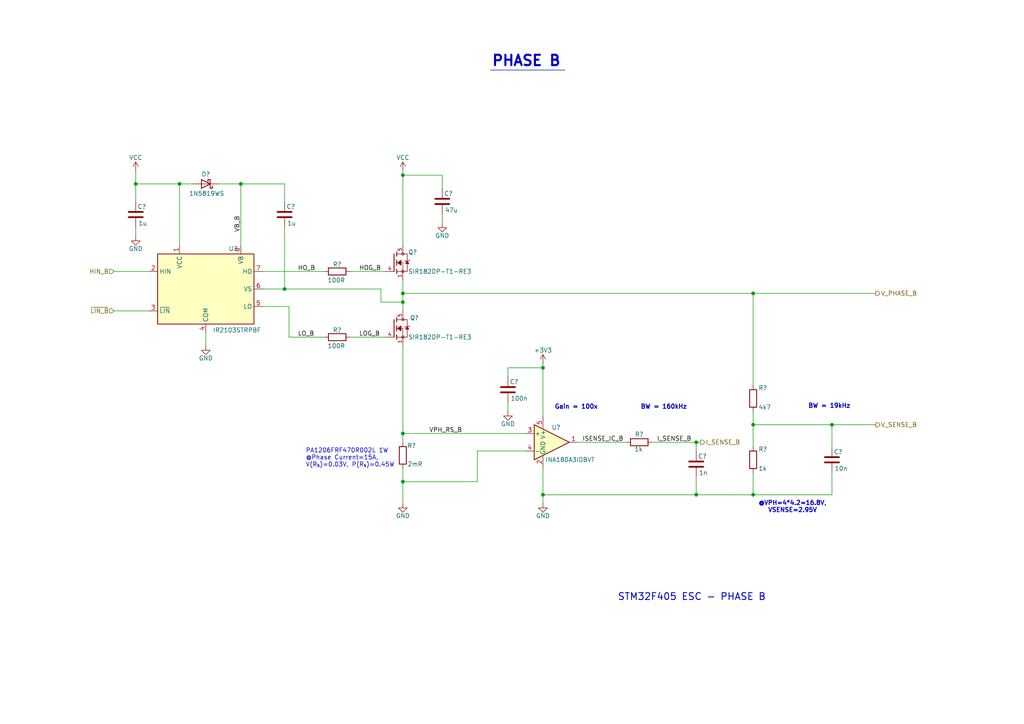
<source format=kicad_sch>
(kicad_sch (version 20250114) (generator "eeschema") (generator_version "9.0")
  (paper "A4")
  (title_block (title "STM32F405 ESC") (rev "0.0.1") (company "mangoByte"))
  (lib_symbols
    (symbol "Amplifier_Current:INA180A3" (pin_names (offset 0.127))
      (property "Reference" "U" (at 3.81 3.81 0))
      (property "Value" "INA180A3" (at 3.81 -2.54 0))
      (symbol "INA180A3_0_1"
        (polyline (pts (xy 5.08 0) (xy -5.08 5.08) (xy -5.08 -5.08) (xy 5.08 0)) (stroke (width 0.254)) (fill (type background)))
      )
      (symbol "INA180A3_1_1"
        (pin input line (at -7.62 2.54 0) (length 2.54) (name "+") (number "3"))
        (pin input line (at -7.62 -2.54 0) (length 2.54) (name "-") (number "4"))
        (pin power_in line (at -2.54 7.62 270) (length 3.81) (name "V+") (number "5"))
        (pin power_in line (at -2.54 -7.62 90) (length 3.81) (name "GND") (number "2"))
        (pin output line (at 7.62 0 180) (length 2.54) (name "~") (number "1"))
      )
    )
    (symbol "Device:C" (pin_numbers (hide yes)) (pin_names (offset 0.254))
      (property "Reference" "C" (at 0.635 2.54 0))
      (property "Value" "C" (at 0.635 -2.54 0))
      (symbol "C_0_1"
        (polyline (pts (xy -2.032 0.762) (xy 2.032 0.762)) (stroke (width 0.508)))
        (polyline (pts (xy -2.032 -0.762) (xy 2.032 -0.762)) (stroke (width 0.508)))
      )
      (symbol "C_1_1"
        (pin passive line (at 0 3.81 270) (length 2.794) (name "~") (number "1"))
        (pin passive line (at 0 -3.81 90) (length 2.794) (name "~") (number "2"))
      )
    )
    (symbol "Diode:1N5819WS" (pin_numbers (hide yes)) (pin_names (offset 1.016) (hide yes))
      (property "Reference" "D" (at 0 2.54 0))
      (property "Value" "1N5819WS" (at 0 -2.54 0))
      (symbol "1N5819WS_0_1"
        (polyline (pts (xy -1.905 0.635) (xy -1.905 1.27) (xy -1.27 1.27) (xy -1.27 -1.27) (xy -0.635 -1.27) (xy -0.635 -0.635)) (stroke (width 0.254)))
        (polyline (pts (xy 1.27 1.27) (xy 1.27 -1.27) (xy -1.27 0) (xy 1.27 1.27)) (stroke (width 0.254)))
        (polyline (pts (xy 1.27 0) (xy -1.27 0)))
      )
      (symbol "1N5819WS_1_1"
        (pin passive line (at -3.81 0 0) (length 2.54) (name "K") (number "1"))
        (pin passive line (at 3.81 0 180) (length 2.54) (name "A") (number "2"))
      )
    )
    (symbol "No silk screen devices:R" (pin_numbers (hide yes)) (pin_names (offset 0))
      (property "Reference" "R" (at 2.032 0 90))
      (property "Value" "R" (at 0 0 90))
      (symbol "R_0_1"
        (rectangle (start -1.016 -2.54) (end 1.016 2.54) (stroke (width 0.254)))
      )
      (symbol "R_1_1"
        (pin passive line (at 0 3.81 270) (length 1.27) (name "~") (number "1"))
        (pin passive line (at 0 -3.81 90) (length 1.27) (name "~") (number "2"))
      )
    )
    (symbol "SIR182DP-T1-RE3:SIR182DP-T1-RE3" (pin_names (offset 1.016))
      (property "Reference" "Q" (at -8.89 2.54 0))
      (property "Value" "SIR182DP-T1-RE3" (at -8.89 -7.62 0))
      (symbol "SIR182DP-T1-RE3_0_0"
        (polyline (pts (xy 0 2.54) (xy 0 -2.54)) (stroke (width 0.254)))
        (polyline (pts (xy 0.762 3.175) (xy 0.762 2.54)) (stroke (width 0.254)))
        (polyline (pts (xy 0.762 2.54) (xy 0.762 1.905)) (stroke (width 0.254)))
        (polyline (pts (xy 0.762 2.54) (xy 3.81 2.54)) (stroke (width 0.1524)))
        (polyline (pts (xy 0.762 0.762) (xy 0.762 0)) (stroke (width 0.254)))
        (polyline (pts (xy 0.762 0) (xy 0.762 -0.762)) (stroke (width 0.254)))
        (polyline (pts (xy 0.762 0) (xy 2.54 0)) (stroke (width 0.1524)))
        (polyline (pts (xy 0.762 -1.905) (xy 0.762 -2.54)) (stroke (width 0.254)))
        (polyline (pts (xy 0.762 -2.54) (xy 0.762 -3.175)) (stroke (width 0.254)))
        (polyline (pts (xy 1.016 0) (xy 2.032 0.762) (xy 2.032 -0.762) (xy 1.016 0)) (stroke (width 0.1524)) (fill (type outline)))
        (circle (center 2.54 2.54) (radius 0.3592))
        (polyline (pts (xy 2.54 0) (xy 2.54 -2.54)) (stroke (width 0.1524)))
        (polyline (pts (xy 2.54 -2.54) (xy 0.762 -2.54)) (stroke (width 0.1524)))
        (polyline (pts (xy 2.54 -2.54) (xy 3.81 -2.54)) (stroke (width 0.1524)))
        (circle (center 2.54 -2.54) (radius 0.3592))
        (polyline (pts (xy 3.302 0.508) (xy 3.048 0.254)) (stroke (width 0.1524)))
        (polyline (pts (xy 3.81 2.54) (xy 3.81 0.508)) (stroke (width 0.1524)))
        (polyline (pts (xy 3.81 0.508) (xy 3.302 0.508)) (stroke (width 0.1524)))
        (polyline (pts (xy 3.81 0.508) (xy 3.81 -2.54)) (stroke (width 0.1524)))
        (polyline (pts (xy 3.81 0.508) (xy 3.302 -0.254) (xy 4.318 -0.254) (xy 3.81 0.508)) (stroke (width 0.1524)) (fill (type outline)))
        (polyline (pts (xy 4.318 0.508) (xy 3.81 0.508)) (stroke (width 0.1524)))
        (polyline (pts (xy 4.572 0.762) (xy 4.318 0.508)) (stroke (width 0.1524)))
        (pin passive line (at -2.54 -2.54 0) (length 2.54) (name "~") (number "4"))
        (pin passive line (at 2.54 5.08 270) (length 2.54) (name "~") (number "5"))
        (pin passive line (at 2.54 5.08 270) (length 2.54) (hide yes) (name "~") (number "6"))
        (pin passive line (at 2.54 5.08 270) (length 2.54) (hide yes) (name "~") (number "7"))
        (pin passive line (at 2.54 5.08 270) (length 2.54) (hide yes) (name "~") (number "8"))
        (pin passive line (at 2.54 5.08 270) (length 2.54) (hide yes) (name "~") (number "9"))
        (pin passive line (at 2.54 -5.08 90) (length 2.54) (name "~") (number "1"))
        (pin passive line (at 2.54 -5.08 90) (length 2.54) (hide yes) (name "~") (number "2"))
        (pin passive line (at 2.54 -5.08 90) (length 2.54) (hide yes) (name "~") (number "3"))
      )
    )
    (symbol "personal-library:IR2103"
      (property "Reference" "U" (at 12.192 11.176 0))
      (property "Value" "IR2103" (at 2.286 -11.684 0))
      (symbol "IR2103_0_1"
        (rectangle (start -13.97 10.16) (end 13.97 -10.16) (stroke (width 0.254)) (fill (type background)))
      )
      (symbol "IR2103_1_1"
        (pin input line (at -16.51 5.08 0) (length 2.54) (name "HIN") (number "2"))
        (pin input line (at -16.51 -6.35 0) (length 2.54) (name "~{LIN}") (number "3"))
        (pin power_in line (at -7.62 12.7 270) (length 2.54) (name "VCC") (number "1"))
        (pin power_in line (at 0 -12.7 90) (length 2.54) (name "COM") (number "4"))
        (pin passive line (at 10.16 12.7 270) (length 2.54) (name "VB") (number "8"))
        (pin output line (at 16.51 5.08 180) (length 2.54) (name "HO") (number "7"))
        (pin passive line (at 16.51 0 180) (length 2.54) (name "VS") (number "6"))
        (pin output line (at 16.51 -5.08 180) (length 2.54) (name "LO") (number "5"))
      )
    )
    (symbol "power:+3V3" (power) (pin_numbers (hide yes)) (pin_names (offset 0) (hide yes))
      (property "Value" "+3V3" (at 0 3.556 0))
      (symbol "+3V3_0_1"
        (polyline (pts (xy -0.762 1.27) (xy 0 2.54)))
        (polyline (pts (xy 0 2.54) (xy 0.762 1.27)))
        (polyline (pts (xy 0 0) (xy 0 2.54)))
      )
      (symbol "+3V3_1_1"
        (pin power_in line (at 0 0 90) (length 0) (name "~") (number "1"))
      )
    )
    (symbol "power:GND" (power) (pin_numbers (hide yes)) (pin_names (offset 0) (hide yes))
      (property "Value" "GND" (at 0 -3.81 0))
      (symbol "GND_0_1"
        (polyline (pts (xy 0 0) (xy 0 -1.27) (xy 1.27 -1.27) (xy 0 -2.54) (xy -1.27 -1.27) (xy 0 -1.27)))
      )
      (symbol "GND_1_1"
        (pin power_in line (at 0 0 270) (length 0) (name "~") (number "1"))
      )
    )
    (symbol "power:VCC" (power) (pin_numbers (hide yes)) (pin_names (offset 0) (hide yes))
      (property "Value" "VCC" (at 0 3.556 0))
      (symbol "VCC_0_1"
        (polyline (pts (xy -0.762 1.27) (xy 0 2.54)))
        (polyline (pts (xy 0 2.54) (xy 0.762 1.27)))
        (polyline (pts (xy 0 0) (xy 0 2.54)))
      )
      (symbol "VCC_1_1"
        (pin power_in line (at 0 0 90) (length 0) (name "~") (number "1"))
      )
    )
  )
  (text "PA1206FRF470R002L 1W\n@Phase Current=15A, \nV(R_{s})=0.03V, P(R_{s})=0.45W" (at 88.646 132.842 0) (effects (font (size 1.27 1.27)) (justify left)))
  (text "BW = 19kHz" (at 240.538 117.856 0) (effects (font (size 1.27 1.27) (thickness 0.254) (bold yes))))
  (text "PHASE B" (at 152.654 17.78 0) (effects (font (size 3 3) (thickness 0.6) (bold yes))))
  (text "@VPH=4*4.2=16.8V,\nVSENSE=2.95V" (at 229.87 147.066 0) (effects (font (size 1.27 1.27) (thickness 0.254) (bold yes))))
  (text "Gain = 100x" (at 167.132 118.11 0) (effects (font (size 1.27 1.27) (thickness 0.254) (bold yes))))
  (text "STM32F405 ESC - PHASE B" (at 200.66 173.228 0) (effects (font (size 2 2) (thickness 0.254) (bold yes))))
  (text "BW = 160kHz" (at 192.532 118.11 0) (effects (font (size 1.27 1.27) (thickness 0.254) (bold yes))))
  (junction (at 52.07 53.34))
  (junction (at 39.37 53.34))
  (junction (at 201.93 128.27))
  (junction (at 116.84 139.7))
  (junction (at 201.93 143.51))
  (junction (at 82.55 83.82))
  (junction (at 218.44 143.51))
  (junction (at 218.44 123.19))
  (junction (at 69.85 53.34))
  (junction (at 116.84 50.8))
  (junction (at 157.48 143.51))
  (junction (at 116.84 87.63))
  (junction (at 116.84 125.73))
  (junction (at 218.44 85.09))
  (junction (at 241.3 123.19))
  (junction (at 116.84 85.09))
  (junction (at 157.48 106.68))
  (wire (pts (xy 116.84 85.09) (xy 116.84 87.63)))
  (wire (pts (xy 116.84 81.28) (xy 116.84 85.09)))
  (wire (pts (xy 76.2 88.9) (xy 83.82 88.9)))
  (wire (pts (xy 116.84 85.09) (xy 218.44 85.09)))
  (wire (pts (xy 116.84 135.89) (xy 116.84 139.7)))
  (wire (pts (xy 138.43 130.81) (xy 138.43 139.7)))
  (wire (pts (xy 157.48 105.41) (xy 157.48 106.68)))
  (wire (pts (xy 116.84 100.33) (xy 116.84 125.73)))
  (wire (pts (xy 147.32 116.84) (xy 147.32 119.38)))
  (wire (pts (xy 157.48 106.68) (xy 157.48 120.65)))
  (wire (pts (xy 39.37 53.34) (xy 39.37 58.42)))
  (wire (pts (xy 241.3 123.19) (xy 241.3 129.54)))
  (wire (pts (xy 116.84 50.8) (xy 116.84 71.12)))
  (wire (pts (xy 157.48 143.51) (xy 157.48 146.05)))
  (wire (pts (xy 82.55 66.04) (xy 82.55 83.82)))
  (wire (pts (xy 241.3 137.16) (xy 241.3 143.51)))
  (wire (pts (xy 59.69 96.52) (xy 59.69 100.33)))
  (wire (pts (xy 128.27 64.77) (xy 128.27 62.23)))
  (wire (pts (xy 76.2 78.74) (xy 93.98 78.74)))
  (wire (pts (xy 152.4 130.81) (xy 138.43 130.81)))
  (wire (pts (xy 69.85 53.34) (xy 69.85 71.12)))
  (wire (pts (xy 201.93 138.43) (xy 201.93 143.51)))
  (wire (pts (xy 33.02 78.74) (xy 43.18 78.74)))
  (wire (pts (xy 110.49 87.63) (xy 116.84 87.63)))
  (wire (pts (xy 116.84 139.7) (xy 116.84 146.05)))
  (wire (pts (xy 83.82 88.9) (xy 83.82 97.79)))
  (wire (pts (xy 218.44 119.38) (xy 218.44 123.19)))
  (wire (pts (xy 218.44 85.09) (xy 254 85.09)))
  (wire (pts (xy 83.82 97.79) (xy 93.98 97.79)))
  (wire (pts (xy 52.07 53.34) (xy 55.88 53.34)))
  (wire (pts (xy 218.44 85.09) (xy 218.44 111.76)))
  (wire (pts (xy 101.6 78.74) (xy 111.76 78.74)))
  (wire (pts (xy 218.44 123.19) (xy 218.44 129.54)))
  (wire (pts (xy 52.07 71.12) (xy 52.07 53.34)))
  (wire (pts (xy 167.64 128.27) (xy 181.61 128.27)))
  (wire (pts (xy 39.37 66.04) (xy 39.37 68.58)))
  (wire (pts (xy 147.32 106.68) (xy 157.48 106.68)))
  (wire (pts (xy 116.84 125.73) (xy 116.84 128.27)))
  (wire (pts (xy 39.37 53.34) (xy 52.07 53.34)))
  (wire (pts (xy 116.84 49.53) (xy 116.84 50.8)))
  (wire (pts (xy 152.4 125.73) (xy 116.84 125.73)))
  (wire (pts (xy 101.6 97.79) (xy 111.76 97.79)))
  (wire (pts (xy 157.48 135.89) (xy 157.48 143.51)))
  (wire (pts (xy 63.5 53.34) (xy 69.85 53.34)))
  (wire (pts (xy 128.27 50.8) (xy 116.84 50.8)))
  (wire (pts (xy 218.44 123.19) (xy 241.3 123.19)))
  (wire (pts (xy 218.44 137.16) (xy 218.44 143.51)))
  (wire (pts (xy 201.93 128.27) (xy 201.93 130.81)))
  (wire (pts (xy 33.02 90.17) (xy 43.18 90.17)))
  (wire (pts (xy 189.23 128.27) (xy 201.93 128.27)))
  (wire (pts (xy 128.27 50.8) (xy 128.27 54.61)))
  (wire (pts (xy 147.32 106.68) (xy 147.32 109.22)))
  (wire (pts (xy 218.44 143.51) (xy 201.93 143.51)))
  (wire (pts (xy 157.48 143.51) (xy 201.93 143.51)))
  (wire (pts (xy 110.49 83.82) (xy 110.49 87.63)))
  (wire (pts (xy 201.93 128.27) (xy 203.2 128.27)))
  (wire (pts (xy 82.55 83.82) (xy 110.49 83.82)))
  (wire (pts (xy 82.55 53.34) (xy 69.85 53.34)))
  (wire (pts (xy 116.84 87.63) (xy 116.84 90.17)))
  (wire (pts (xy 241.3 143.51) (xy 218.44 143.51)))
  (wire (pts (xy 241.3 123.19) (xy 254 123.19)))
  (wire (pts (xy 82.55 83.82) (xy 76.2 83.82)))
  (wire (pts (xy 39.37 49.53) (xy 39.37 53.34)))
  (wire (pts (xy 82.55 58.42) (xy 82.55 53.34)))
  (polyline (pts (xy 142.24 20.32) (xy 163.83 20.32)))
  (wire (pts (xy 138.43 139.7) (xy 116.84 139.7)))
  (label "HOG_B" (at 104.14 78.74 0))
  (label "VPH_RS_B" (at 124.46 125.73 0))
  (label "ISENSE_IC_B" (at 168.91 128.27 0))
  (label "I_SENSE_B" (at 190.5 128.27 0))
  (label "LO_B" (at 86.36 97.79 0))
  (label "VB_B" (at 69.85 67.31 90))
  (label "HO_B" (at 86.36 78.74 0))
  (label "LOG_B" (at 104.14 97.79 0))
  (hierarchical_label "~{LIN_B}" (shape input) (at 33.02 90.17 180))
  (hierarchical_label "I_SENSE_B" (shape output) (at 203.2 128.27 0))
  (hierarchical_label "HIN_B" (shape input) (at 33.02 78.74 180))
  (hierarchical_label "V_SENSE_B" (shape output) (at 254 123.19 0))
  (hierarchical_label "V_PHASE_B" (shape output) (at 254 85.09 0))
  (symbol (lib_id "No silk screen devices:R") (at 185.42 128.27 90) (unit 1)
    (property "Reference" "R?" (at 186.69 125.984 90) (effects (justify left)))
    (property "Value" "1k" (at 186.436 130.302 90) (effects (justify left)))
    (property "Footprint" "No Silkscreen:R_0402_1005Metric" (effects (hide yes)))
    (property "Description" "Resistor" (effects (hide yes)))
  )
  (symbol (lib_id "No silk screen devices:R") (at 97.79 97.79 90) (unit 1)
    (property "Reference" "R?" (at 97.79 95.758 90))
    (property "Value" "100R" (at 97.536 100.33 90))
    (property "Footprint" "No Silkscreen:R_0805_2012Metric" (effects (hide yes)))
    (property "Description" "Resistor" (effects (hide yes)))
  )
  (symbol (lib_id "power:VCC") (at 116.84 49.53 0) (unit 1)
    (property "Reference" "#PWR011" (effects (hide yes)))
    (property "Value" "VCC" (at 116.84 45.72 0))
    (property "Description" "Power symbol creates a global label with name \"VCC\"" (effects (hide yes)))
  )
  (symbol (lib_id "personal-library:IR2103") (at 59.69 83.82 0) (unit 1)
    (property "Reference" "U?" (at 66.294 72.136 0) (effects (justify left)))
    (property "Value" "IR2103STRPBF" (at 61.722 95.758 0) (effects (justify left)))
    (property "Datasheet" "https://www.infineon.com/dgdl/ir2103.pdf?fileId=5546d462533600a4015355c7b54b166f" (effects (hide yes)))
    (property "Description" "Half-Bridge Driver, 600V, 210/360mA, PDIP-8/SOIC-8" (effects (hide yes)))
  )
  (symbol (lib_id "power:+3V3") (at 157.48 105.41 0) (unit 1)
    (property "Reference" "#PWR015" (effects (hide yes)))
    (property "Value" "+3V3" (at 157.48 101.6 0))
    (property "Description" "Power symbol creates a global label with name \"+3V3\"" (effects (hide yes)))
  )
  (symbol (lib_id "power:GND") (at 128.27 64.77 0) (unit 1)
    (property "Reference" "#PWR012" (effects (hide yes)))
    (property "Value" "GND" (at 128.27 68.326 0))
    (property "Description" "Power symbol creates a global label with name \"GND\" , ground" (effects (hide yes)))
  )
  (symbol (lib_id "Device:C") (at 201.93 134.62 0) (unit 1)
    (property "Reference" "C?" (at 202.438 132.334 0) (effects (justify left)))
    (property "Value" "1n" (at 202.692 137.16 0) (effects (justify left)))
    (property "Footprint" "No Silkscreen:C_0402_1005Metric" (effects (hide yes)))
    (property "Description" "Unpolarized capacitor" (effects (hide yes)))
  )
  (symbol (lib_id "Device:C") (at 82.55 62.23 0) (unit 1)
    (property "Reference" "C?" (at 83.058 59.944 0) (effects (justify left)))
    (property "Value" "1u" (at 83.312 64.77 0) (effects (justify left)))
    (property "Footprint" "No Silkscreen:C_0402_1005Metric" (effects (hide yes)))
    (property "Description" "Unpolarized capacitor" (effects (hide yes)))
  )
  (symbol (lib_id "power:GND") (at 116.84 146.05 0) (unit 1)
    (property "Reference" "#PWR017" (effects (hide yes)))
    (property "Value" "GND" (at 116.84 149.606 0))
    (property "Description" "Power symbol creates a global label with name \"GND\" , ground" (effects (hide yes)))
  )
  (symbol (lib_id "No silk screen devices:R") (at 218.44 115.57 0) (unit 1)
    (property "Reference" "R?" (at 219.964 112.522 0) (effects (justify left)))
    (property "Value" "4k7" (at 219.964 118.11 0) (effects (justify left)))
    (property "Footprint" "No Silkscreen:R_0402_1005Metric" (effects (hide yes)))
    (property "Description" "Resistor" (effects (hide yes)))
  )
  (symbol (lib_id "No silk screen devices:R") (at 116.84 132.08 0) (unit 1)
    (property "Reference" "R?" (at 119.38 129.286 0))
    (property "Value" "2mR" (at 120.396 134.62 0))
    (property "Footprint" "Resistor_SMD:R_1206_3216Metric" (effects (hide yes)))
    (property "Description" "Resistor" (effects (hide yes)))
  )
  (symbol (lib_id "power:GND") (at 59.69 100.33 0) (unit 1)
    (property "Reference" "#PWR014" (effects (hide yes)))
    (property "Value" "GND" (at 59.69 103.886 0))
    (property "Description" "Power symbol creates a global label with name \"GND\" , ground" (effects (hide yes)))
  )
  (symbol (lib_id "Device:C") (at 128.27 58.42 0) (unit 1)
    (property "Reference" "C?" (at 128.778 56.134 0) (effects (justify left)))
    (property "Value" "47u" (at 129.032 60.96 0) (effects (justify left)))
    (property "Description" "Unpolarized capacitor" (effects (hide yes)))
  )
  (symbol (lib_id "Device:C") (at 147.32 113.03 0) (unit 1)
    (property "Reference" "C?" (at 147.828 110.744 0) (effects (justify left)))
    (property "Value" "100n" (at 148.082 115.57 0) (effects (justify left)))
    (property "Footprint" "No Silkscreen:C_0402_1005Metric" (effects (hide yes)))
    (property "Description" "Unpolarized capacitor" (effects (hide yes)))
  )
  (symbol (lib_id "No silk screen devices:R") (at 97.79 78.74 90) (unit 1)
    (property "Reference" "R?" (at 97.79 76.708 90))
    (property "Value" "100R" (at 97.536 81.28 90))
    (property "Footprint" "No Silkscreen:R_0805_2012Metric" (effects (hide yes)))
    (property "Description" "Resistor" (effects (hide yes)))
  )
  (symbol (lib_id "power:VCC") (at 39.37 49.53 0) (unit 1)
    (property "Reference" "#PWR010" (effects (hide yes)))
    (property "Value" "VCC" (at 39.37 45.72 0))
    (property "Description" "Power symbol creates a global label with name \"VCC\"" (effects (hide yes)))
  )
  (symbol (lib_id "No silk screen devices:R") (at 218.44 133.35 0) (unit 1)
    (property "Reference" "R?" (at 219.964 130.302 0) (effects (justify left)))
    (property "Value" "1k" (at 219.964 135.89 0) (effects (justify left)))
    (property "Footprint" "No Silkscreen:R_0402_1005Metric" (effects (hide yes)))
    (property "Description" "Resistor" (effects (hide yes)))
  )
  (symbol (lib_id "SIR182DP-T1-RE3:SIR182DP-T1-RE3") (at 114.3 76.2 0) (unit 1)
    (property "Reference" "Q?" (at 118.364 73.152 0) (effects (justify left)))
    (property "Value" "SIR182DP-T1-RE3" (at 118.364 78.74 0) (effects (justify left)))
    (property "Footprint" "SIR182DP-T1-RE3:SIR182DP-T1-RE3" (effects (hide yes)))
    (property "MF" "Vishay" (effects (hide yes)))
    (property "Description_1" "N-Channel 60 V 60A (Tc) 69.4W (Tc) Surface Mount PowerPAK® SO-8" (effects (hide yes)))
    (property "Package" "PowerPAK SO-8 Vishay" (effects (hide yes)))
    (property "Price" "None" (effects (hide yes)))
    (property "STANDARD" "Manufacturer Recommendations" (effects (hide yes)))
    (property "PARTREV" "B" (effects (hide yes)))
    (property "SnapEDA_Link" "https://www.snapeda.com/parts/SIR182DP-T1-RE3/Vishay+Siliconix/view-part/?ref=snap" (effects (hide yes)))
    (property "MP" "SIR182DP-T1-RE3" (effects (hide yes)))
    (property "Purchase-URL" "https://www.snapeda.com/api/url_track_click_mouser/?unipart_id=3228614&manufacturer=Vishay&part_name=SIR182DP-T1-RE3&search_term=sir182dp-t1-re3" (effects (hide yes)))
    (property "Availability" "In Stock" (effects (hide yes)))
    (property "Check_prices" "https://www.snapeda.com/parts/SIR182DP-T1-RE3/Vishay+Siliconix/view-part/?ref=eda" (effects (hide yes)))
  )
  (symbol (lib_id "SIR182DP-T1-RE3:SIR182DP-T1-RE3") (at 114.3 95.25 0) (unit 1)
    (property "Reference" "Q?" (at 118.872 92.202 0) (effects (justify left)))
    (property "Value" "SIR182DP-T1-RE3" (at 118.364 97.79 0) (effects (justify left)))
    (property "Footprint" "SIR182DP-T1-RE3:SIR182DP-T1-RE3" (effects (hide yes)))
    (property "MF" "Vishay" (effects (hide yes)))
    (property "Description_1" "N-Channel 60 V 60A (Tc) 69.4W (Tc) Surface Mount PowerPAK® SO-8" (effects (hide yes)))
    (property "Package" "PowerPAK SO-8 Vishay" (effects (hide yes)))
    (property "Price" "None" (effects (hide yes)))
    (property "STANDARD" "Manufacturer Recommendations" (effects (hide yes)))
    (property "PARTREV" "B" (effects (hide yes)))
    (property "SnapEDA_Link" "https://www.snapeda.com/parts/SIR182DP-T1-RE3/Vishay+Siliconix/view-part/?ref=snap" (effects (hide yes)))
    (property "MP" "SIR182DP-T1-RE3" (effects (hide yes)))
    (property "Purchase-URL" "https://www.snapeda.com/api/url_track_click_mouser/?unipart_id=3228614&manufacturer=Vishay&part_name=SIR182DP-T1-RE3&search_term=sir182dp-t1-re3" (effects (hide yes)))
    (property "Availability" "In Stock" (effects (hide yes)))
    (property "Check_prices" "https://www.snapeda.com/parts/SIR182DP-T1-RE3/Vishay+Siliconix/view-part/?ref=eda" (effects (hide yes)))
  )
  (symbol (lib_id "Diode:1N5819WS") (at 59.69 53.34 180) (unit 1)
    (property "Reference" "D?" (at 59.69 50.546 0))
    (property "Value" "1N5819WS" (at 59.944 56.134 0))
    (property "Footprint" "Diode_SMD:D_SOD-323" (effects (hide yes)))
    (property "Datasheet" "https://datasheet.lcsc.com/lcsc/2204281430_Guangdong-Hottech-1N5819WS_C191023.pdf" (effects (hide yes)))
    (property "Description" "40V 600mV@1A 1A SOD-323 Schottky Barrier Diodes, SOD-323" (effects (hide yes)))
  )
  (symbol (lib_id "Device:C") (at 241.3 133.35 0) (unit 1)
    (property "Reference" "C?" (at 241.808 131.064 0) (effects (justify left)))
    (property "Value" "10n" (at 242.062 135.89 0) (effects (justify left)))
    (property "Footprint" "No Silkscreen:C_0402_1005Metric" (effects (hide yes)))
    (property "Description" "Unpolarized capacitor" (effects (hide yes)))
  )
  (symbol (lib_id "power:GND") (at 39.37 68.58 0) (unit 1)
    (property "Reference" "#PWR013" (effects (hide yes)))
    (property "Value" "GND" (at 39.37 72.136 0))
    (property "Description" "Power symbol creates a global label with name \"GND\" , ground" (effects (hide yes)))
  )
  (symbol (lib_id "power:GND") (at 147.32 119.38 0) (unit 1)
    (property "Reference" "#PWR016" (effects (hide yes)))
    (property "Value" "GND" (at 147.32 122.936 0))
    (property "Description" "Power symbol creates a global label with name \"GND\" , ground" (effects (hide yes)))
  )
  (symbol (lib_id "Amplifier_Current:INA180A3") (at 160.02 128.27 0) (unit 1)
    (property "Reference" "U?" (at 161.29 123.952 0))
    (property "Value" "INA180A3IDBVT" (at 165.354 133.35 0))
    (property "Footprint" "Package_TO_SOT_SMD:SOT-23-5" (effects (hide yes)))
    (property "Datasheet" "http://www.ti.com/lit/ds/symlink/ina180.pdf" (effects (hide yes)))
    (property "Description" "Current Sense Amplifier, 1 Circuit, Rail-to-Rail, 26V, Gain 100 V/V, SOT-23-5" (effects (hide yes)))
  )
  (symbol (lib_id "power:GND") (at 157.48 146.05 0) (unit 1)
    (property "Reference" "#PWR018" (effects (hide yes)))
    (property "Value" "GND" (at 157.48 149.606 0))
    (property "Description" "Power symbol creates a global label with name \"GND\" , ground" (effects (hide yes)))
  )
  (symbol (lib_id "Device:C") (at 39.37 62.23 0) (unit 1)
    (property "Reference" "C?" (at 39.878 59.944 0) (effects (justify left)))
    (property "Value" "1u" (at 40.132 64.77 0) (effects (justify left)))
    (property "Footprint" "No Silkscreen:C_0402_1005Metric" (effects (hide yes)))
    (property "Description" "Unpolarized capacitor" (effects (hide yes)))
  )
)
</source>
